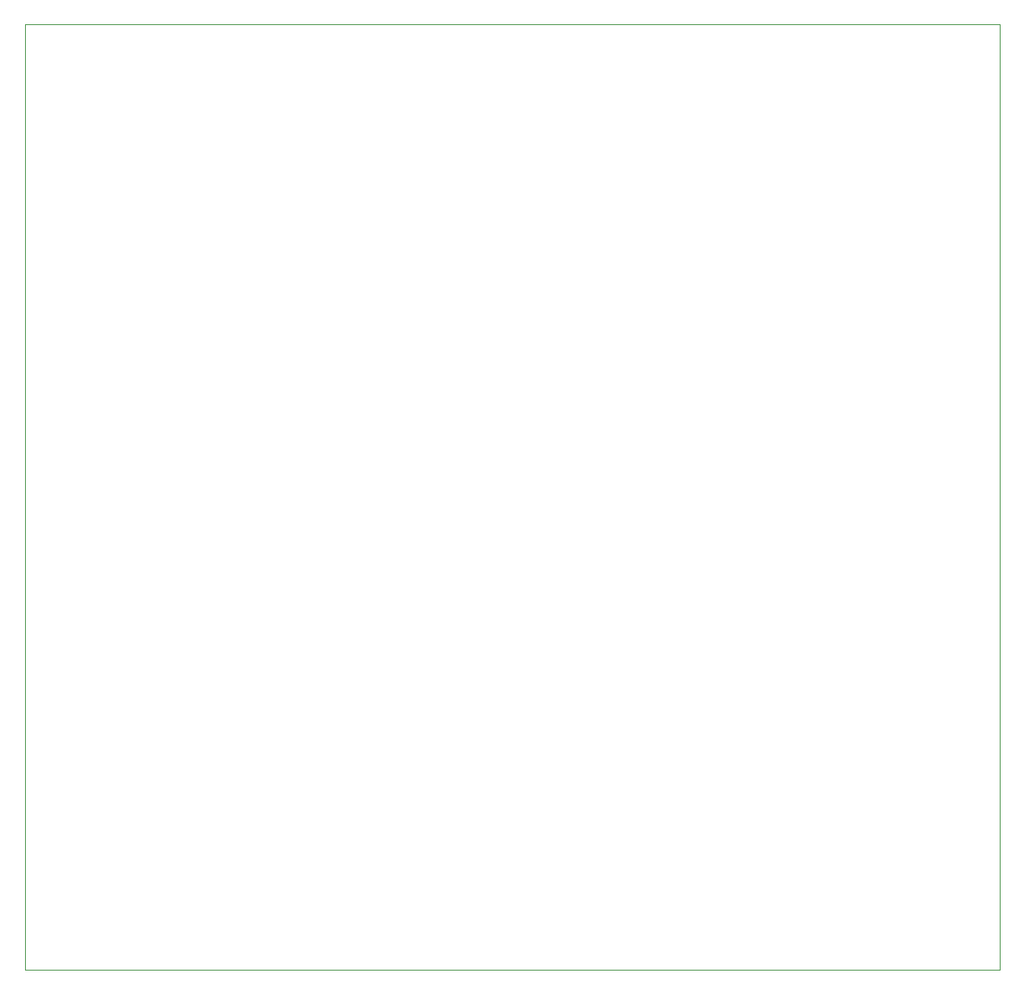
<source format=gbr>
%TF.GenerationSoftware,KiCad,Pcbnew,8.0.2*%
%TF.CreationDate,2025-08-30T14:26:49+07:00*%
%TF.ProjectId,minions,6d696e69-6f6e-4732-9e6b-696361645f70,1*%
%TF.SameCoordinates,Original*%
%TF.FileFunction,Profile,NP*%
%FSLAX46Y46*%
G04 Gerber Fmt 4.6, Leading zero omitted, Abs format (unit mm)*
G04 Created by KiCad (PCBNEW 8.0.2) date 2025-08-30 14:26:49*
%MOMM*%
%LPD*%
G01*
G04 APERTURE LIST*
%TA.AperFunction,Profile*%
%ADD10C,0.100000*%
%TD*%
G04 APERTURE END LIST*
D10*
X103100000Y-63250000D02*
X205200000Y-63250000D01*
X205200000Y-162350000D01*
X103100000Y-162350000D01*
X103100000Y-63250000D01*
M02*

</source>
